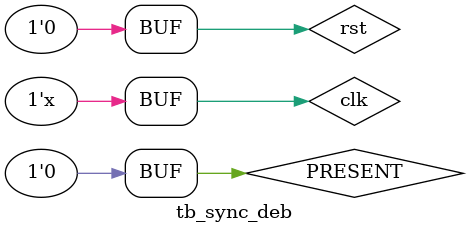
<source format=v>
`timescale 1ns / 1ps

module tb_sync_deb(

    );
    
    reg clk;
    reg rst;
    reg PRESENT;
    wire present_sync;
    wire present_deb;
    
    localparam SYS_FREQ = 25_000_000;
    
    sync          #(.LEVEL(3),.RST_V(1)) 
        u_sync_pres(.clk(clk),.rst(rst),.i(PRESENT),.o(present_sync));

    deb_ns     #(.RST_V(1'b1),.FREQ(SYS_FREQ),.T_NS(100)) 
        u_deb_ns(.clk(clk),.rst(rst),.in(present_sync),.out( present_deb));
        
        
    always #10 clk = ~clk;
    
    initial begin
        clk = 0;
        rst = 1;
        PRESENT = 0;
        
        #200
            rst = 0;
        #200
            PRESENT = 0;
        #200
            PRESENT = 0;
    end
            
    
    
endmodule

</source>
